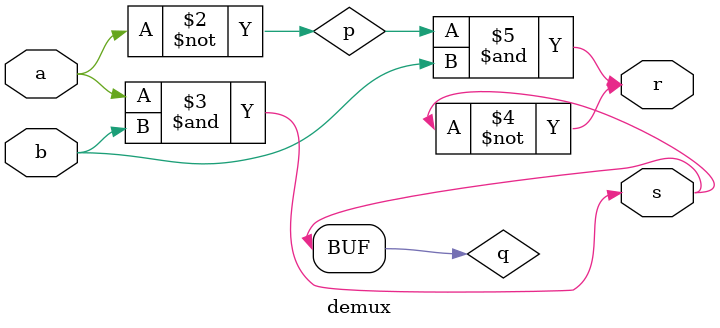
<source format=v>
module demux(r,s,a,b);
output r,s;
input a,b;
wire p,q,r;
nand(p,a,a);
nand(r,a,b);
nand(q,p,b);
nand(r,q,q);
nand(s,r,r);
endmodule


</source>
